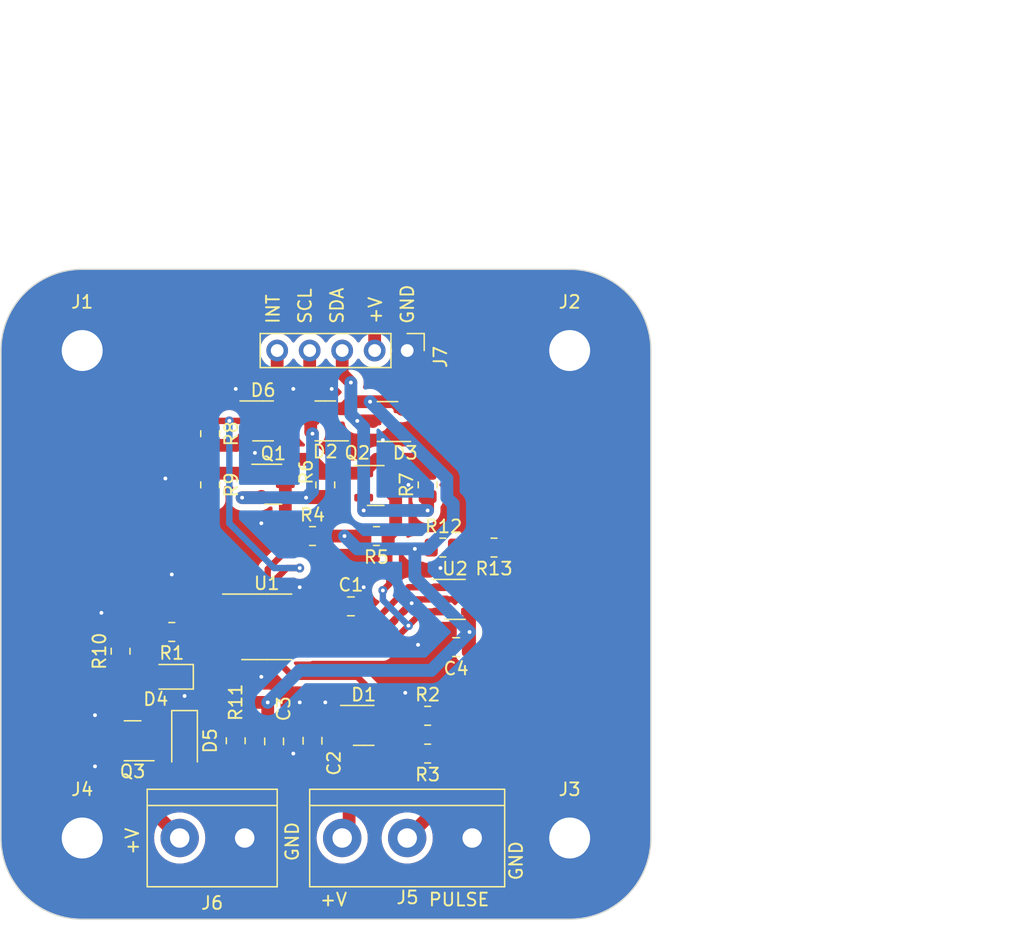
<source format=kicad_pcb>
(kicad_pcb (version 20221018) (generator pcbnew)
  (layers (0 "F.Cu" signal) (31 "B.Cu" signal) (34 "B.Paste" user) (35 "F.Paste" user) (36 "B.SilkS" user "B.Silkscreen") (37 "F.SilkS" user "F.Silkscreen") (38 "B.Mask" user) (39 "F.Mask" user) (44 "Edge.Cuts" user))
  (net 0 "")
  (net 1 "/I2CConnector/VI2C")
  (net 2 "GND")
  (net 3 "+5V")
  (net 4 "/PCF8593/Pulse")
  (net 5 "Net-(D2-A)")
  (net 6 "Net-(D3-A)")
  (net 7 "Net-(U1-~{RESET})")
  (net 9 "Net-(J5-Pin_2)")
  (net 10 "/I2CConnector/INT")
  (net 11 "Net-(D4-A)")
  (net 12 "Net-(D5-A)")
  (net 13 "Net-(J6-Pin_2)")
  (net 14 "/EEPROMI2C/SCL")
  (net 15 "/EEPROMI2C/SDA")
  (net 16 "Net-(U2-WP)")
  (footprint "Resistor_SMD:R_0805_2012Metric" (layer "F.Cu") (at 130 87 90)
    (fp_text reference "R10" (at 0 -1.65 90) (layer "F.SilkS"))
    (fp_text value "500Ω")
    (fp_line (start -0.227064 -0.735) (end 0.227064 -0.735) (stroke (width 0.12)) (layer "F.SilkS"))
    (fp_line (start -0.227064 0.735) (end 0.227064 0.735) (stroke (width 0.12)) (layer "F.SilkS"))
    (pad "1" smd roundrect (at -0.9125 0 90) (size 1.025 1.4) (layers "F.Cu" "F.Paste" "F.Mask") (roundrect_rratio 0.243902439) (net 11 "Net-(D4-A)"))
    (pad "2" smd roundrect (at 0.9125 0 90) (size 1.025 1.4) (layers "F.Cu" "F.Paste" "F.Mask") (roundrect_rratio 0.243902439) (net 3 "+5V"))
  )
  (footprint "Package_TO_SOT_SMD:SOT-23" (layer "F.Cu") (at 130.9375 94 180)
    (fp_text reference "Q3" (at 0 -2.4) (layer "F.SilkS"))
    (fp_text value "Q_PMOS_GSD")
    (fp_line (start 0 -1.56) (end -1.675 -1.56) (stroke (width 0.12)) (layer "F.SilkS"))
    (fp_line (start 0 -1.56) (end 0.65 -1.56) (stroke (width 0.12)) (layer "F.SilkS"))
    (fp_line (start 0 1.56) (end -0.65 1.56) (stroke (width 0.12)) (layer "F.SilkS"))
    (fp_line (start 0 1.56) (end 0.65 1.56) (stroke (width 0.12)) (layer "F.SilkS"))
    (pad "1" smd roundrect (at -0.9375 -0.95 180) (size 1.475 0.6) (layers "F.Cu" "F.Paste" "F.Mask") (net 12 "Net-(D5-A)"))
    (pad "2" smd roundrect (at -0.9375 0.95 180) (size 1.475 0.6) (layers "F.Cu" "F.Paste" "F.Mask") (net 3 "+5V"))
    (pad "3" smd roundrect (at 0.9375 0 180) (size 1.475 0.6) (layers "F.Cu" "F.Paste" "F.Mask") (net 13 "Net-(J6-Pin_2)"))
  )
  (footprint "Package_TO_SOT_SMD:SOT-23" (layer "F.Cu") (at 149.9375 74.05)
    (fp_text reference "Q2" (at -1.4375 -2.55) (layer "F.SilkS"))
    (fp_text value "Q_NMOS_GSD")
    (fp_line (start 0 -1.56) (end -1.675 -1.56) (stroke (width 0.12)) (layer "F.SilkS"))
    (fp_line (start 0 -1.56) (end 0.65 -1.56) (stroke (width 0.12)) (layer "F.SilkS"))
    (fp_line (start 0 1.56) (end -0.65 1.56) (stroke (width 0.12)) (layer "F.SilkS"))
    (fp_line (start 0 1.56) (end 0.65 1.56) (stroke (width 0.12)) (layer "F.SilkS"))
    (pad "1" smd roundrect (at -0.9375 -0.95) (size 1.475 0.6) (layers "F.Cu" "F.Paste" "F.Mask") (net 1 "/I2CConnector/VI2C"))
    (pad "2" smd roundrect (at -0.9375 0.95) (size 1.475 0.6) (layers "F.Cu" "F.Paste" "F.Mask") (net 6 "Net-(D3-A)"))
    (pad "3" smd roundrect (at 0.9375 0) (size 1.475 0.6) (layers "F.Cu" "F.Paste" "F.Mask") (net 15 "/EEPROMI2C/SDA"))
  )
  (footprint "Capacitor_SMD:C_0805_2012Metric" (layer "F.Cu") (at 145 94 -90)
    (fp_text reference "C2" (at 1.75 -1.68 90) (layer "F.SilkS"))
    (fp_text value "1uF")
    (fp_line (start -0.261252 -0.735) (end 0.261252 -0.735) (stroke (width 0.12)) (layer "F.SilkS"))
    (fp_line (start -0.261252 0.735) (end 0.261252 0.735) (stroke (width 0.12)) (layer "F.SilkS"))
    (pad "1" smd roundrect (at -0.95 0 270) (size 1 1.45) (layers "F.Cu" "F.Paste" "F.Mask") (net 3 "+5V"))
    (pad "2" smd roundrect (at 0.95 0 270) (size 1 1.45) (layers "F.Cu" "F.Paste" "F.Mask") (net 2 "GND"))
  )
  (footprint "LED_SMD:LED_0805_2012Metric" (layer "F.Cu") (at 134 89 180)
    (fp_text reference "D4" (at 1.25 -1.75) (layer "F.SilkS"))
    (fp_text value "LED")
    (fp_line (start -1.685 -0.96) (end -1.685 0.96) (stroke (width 0.12)) (layer "F.SilkS"))
    (fp_line (start -1.685 0.96) (end 1 0.96) (stroke (width 0.12)) (layer "F.SilkS"))
    (fp_line (start 1 -0.96) (end -1.685 -0.96) (stroke (width 0.12)) (layer "F.SilkS"))
    (pad "1" smd roundrect (at -0.9375 0 180) (size 0.975 1.4) (layers "F.Cu" "F.Paste" "F.Mask") (net 2 "GND"))
    (pad "2" smd roundrect (at 0.9375 0 180) (size 0.975 1.4) (layers "F.Cu" "F.Paste" "F.Mask") (net 11 "Net-(D4-A)"))
  )
  (footprint "Resistor_SMD:R_0805_2012Metric" (layer "F.Cu") (at 145 78)
    (fp_text reference "R4" (at 0 -1.65) (layer "F.SilkS"))
    (fp_text value "10kΩ")
    (fp_line (start -0.227064 -0.735) (end 0.227064 -0.735) (stroke (width 0.12)) (layer "F.SilkS"))
    (fp_line (start -0.227064 0.735) (end 0.227064 0.735) (stroke (width 0.12)) (layer "F.SilkS"))
    (pad "1" smd roundrect (at -0.9125 0) (size 1.025 1.4) (layers "F.Cu" "F.Paste" "F.Mask") (roundrect_rratio 0.243902439) (net 14 "/EEPROMI2C/SCL"))
    (pad "2" smd roundrect (at 0.9125 0) (size 1.025 1.4) (layers "F.Cu" "F.Paste" "F.Mask") (roundrect_rratio 0.243902439) (net 3 "+5V"))
  )
  (footprint "MountingHole:MountingHole_3.2mm_M3_DIN965_Pad" (layer "F.Cu") (at 165.1 63.5)
    (fp_text reference "J2" (at 0 -3.8) (layer "F.SilkS"))
    (fp_text value "M3")
    (pad "1" thru_hole circle (at 0 0) (size 5.6 5.6) (drill 3.2) (layers "*.Cu" "*.Mask") (net 2 "GND"))
  )
  (footprint "Package_TO_SOT_SMD:SOT-23-3" (layer "F.Cu") (at 149 92.8)
    (fp_text reference "D1" (at 0 -2.4) (layer "F.SilkS"))
    (fp_text value "100V")
    (fp_line (start 0 -1.56) (end -1.8 -1.56) (stroke (width 0.12)) (layer "F.SilkS"))
    (fp_line (start 0 -1.56) (end 0.8 -1.56) (stroke (width 0.12)) (layer "F.SilkS"))
    (fp_line (start 0 1.56) (end -0.8 1.56) (stroke (width 0.12)) (layer "F.SilkS"))
    (fp_line (start 0 1.56) (end 0.8 1.56) (stroke (width 0.12)) (layer "F.SilkS"))
    (pad "1" smd roundrect (at -1.1375 -0.95) (size 1.325 0.6) (layers "F.Cu" "F.Paste" "F.Mask") (net 2 "GND"))
    (pad "2" smd roundrect (at -1.1375 0.95) (size 1.325 0.6) (layers "F.Cu" "F.Paste" "F.Mask") (net 3 "+5V"))
    (pad "3" smd roundrect (at 1.1375 0) (size 1.325 0.6) (layers "F.Cu" "F.Paste" "F.Mask") (net 4 "/PCF8593/Pulse"))
  )
  (footprint "Capacitor_SMD:C_0805_2012Metric" (layer "F.Cu") (at 156.225 86.68 180)
    (fp_text reference "C4" (at 0 -1.68) (layer "F.SilkS"))
    (fp_text value "1uF")
    (fp_line (start -0.261252 -0.735) (end 0.261252 -0.735) (stroke (width 0.12)) (layer "F.SilkS"))
    (fp_line (start -0.261252 0.735) (end 0.261252 0.735) (stroke (width 0.12)) (layer "F.SilkS"))
    (pad "1" smd roundrect (at -0.95 0 180) (size 1 1.45) (layers "F.Cu" "F.Paste" "F.Mask") (net 3 "+5V"))
    (pad "2" smd roundrect (at 0.95 0 180) (size 1 1.45) (layers "F.Cu" "F.Paste" "F.Mask") (net 2 "GND"))
  )
  (footprint "MountingHole:MountingHole_3.2mm_M3_DIN965_Pad" (layer "F.Cu") (at 127 101.6)
    (fp_text reference "J4" (at 0 -3.8) (layer "F.SilkS"))
    (fp_text value "M3")
    (pad "1" thru_hole circle (at 0 0) (size 5.6 5.6) (drill 3.2) (layers "*.Cu" "*.Mask") (net 2 "GND"))
  )
  (footprint "Resistor_SMD:R_0805_2012Metric" (layer "F.Cu") (at 146 74 90)
    (fp_text reference "R6" (at 1 -1.5 90) (layer "F.SilkS"))
    (fp_text value "10kΩ")
    (fp_line (start -0.227064 -0.735) (end 0.227064 -0.735) (stroke (width 0.12)) (layer "F.SilkS"))
    (fp_line (start -0.227064 0.735) (end 0.227064 0.735) (stroke (width 0.12)) (layer "F.SilkS"))
    (pad "1" smd roundrect (at -0.9125 0 90) (size 1.025 1.4) (layers "F.Cu" "F.Paste" "F.Mask") (roundrect_rratio 0.243902439) (net 5 "Net-(D2-A)"))
    (pad "2" smd roundrect (at 0.9125 0 90) (size 1.025 1.4) (layers "F.Cu" "F.Paste" "F.Mask") (roundrect_rratio 0.243902439) (net 1 "/I2CConnector/VI2C"))
  )
  (footprint "Package_SO:SO-8_3.9x4.9mm_P1.27mm" (layer "F.Cu") (at 141.425 85.095)
    (fp_text reference "U1" (at 0 -3.4) (layer "F.SilkS"))
    (fp_text value "PCF8593")
    (fp_line (start 0 -2.56) (end -3.45 -2.56) (stroke (width 0.12)) (layer "F.SilkS"))
    (fp_line (start 0 -2.56) (end 1.95 -2.56) (stroke (width 0.12)) (layer "F.SilkS"))
    (fp_line (start 0 2.56) (end -1.95 2.56) (stroke (width 0.12)) (layer "F.SilkS"))
    (fp_line (start 0 2.56) (end 1.95 2.56) (stroke (width 0.12)) (layer "F.SilkS"))
    (pad "1" smd roundrect (at -2.575 -1.905) (size 1.75 0.6) (layers "F.Cu" "F.Paste" "F.Mask") (net 4 "/PCF8593/Pulse"))
    (pad "2" smd roundrect (at -2.575 -0.635) (size 1.75 0.6) (layers "F.Cu" "F.Paste" "F.Mask"))
    (pad "3" smd roundrect (at -2.575 0.635) (size 1.75 0.6) (layers "F.Cu" "F.Paste" "F.Mask") (net 7 "Net-(U1-~{RESET})"))
    (pad "4" smd roundrect (at -2.575 1.905) (size 1.75 0.6) (layers "F.Cu" "F.Paste" "F.Mask") (net 2 "GND"))
    (pad "5" smd roundrect (at 2.575 1.905) (size 1.75 0.6) (layers "F.Cu" "F.Paste" "F.Mask") (net 15 "/EEPROMI2C/SDA"))
    (pad "6" smd roundrect (at 2.575 0.635) (size 1.75 0.6) (layers "F.Cu" "F.Paste" "F.Mask") (net 14 "/EEPROMI2C/SCL"))
    (pad "7" smd roundrect (at 2.575 -0.635) (size 1.75 0.6) (layers "F.Cu" "F.Paste" "F.Mask") (net 10 "/I2CConnector/INT"))
    (pad "8" smd roundrect (at 2.575 -1.905) (size 1.75 0.6) (layers "F.Cu" "F.Paste" "F.Mask") (net 3 "+5V"))
  )
  (footprint "Capacitor_SMD:C_0805_2012Metric" (layer "F.Cu") (at 148 83.495)
    (fp_text reference "C1" (at 0 -1.68) (layer "F.SilkS"))
    (fp_text value "1uF")
    (fp_line (start -0.261252 -0.735) (end 0.261252 -0.735) (stroke (width 0.12)) (layer "F.SilkS"))
    (fp_line (start -0.261252 0.735) (end 0.261252 0.735) (stroke (width 0.12)) (layer "F.SilkS"))
    (pad "1" smd roundrect (at -0.95 0) (size 1 1.45) (layers "F.Cu" "F.Paste" "F.Mask") (net 3 "+5V"))
    (pad "2" smd roundrect (at 0.95 0) (size 1 1.45) (layers "F.Cu" "F.Paste" "F.Mask") (net 2 "GND"))
  )
  (footprint "Resistor_SMD:R_0805_2012Metric" (layer "F.Cu") (at 159.1875 78.9 180)
    (fp_text reference "R13" (at 0 -1.65) (layer "F.SilkS"))
    (fp_text value "10kΩ")
    (fp_line (start -0.227064 -0.735) (end 0.227064 -0.735) (stroke (width 0.12)) (layer "F.SilkS"))
    (fp_line (start -0.227064 0.735) (end 0.227064 0.735) (stroke (width 0.12)) (layer "F.SilkS"))
    (pad "1" smd roundrect (at -0.9125 0 180) (size 1.025 1.4) (layers "F.Cu" "F.Paste" "F.Mask") (roundrect_rratio 0.243902439) (net 2 "GND"))
    (pad "2" smd roundrect (at 0.9125 0 180) (size 1.025 1.4) (layers "F.Cu" "F.Paste" "F.Mask") (roundrect_rratio 0.243902439) (net 16 "Net-(U2-WP)"))
  )
  (footprint "Diode_SMD:D_SOD-123" (layer "F.Cu") (at 135 94 -90)
    (fp_text reference "D5" (at 0 -2 90) (layer "F.SilkS"))
    (fp_text value "10V")
    (fp_line (start -2.36 -1) (end -2.36 1) (stroke (width 0.12)) (layer "F.SilkS"))
    (fp_line (start -2.36 -1) (end 1.65 -1) (stroke (width 0.12)) (layer "F.SilkS"))
    (fp_line (start -2.36 1) (end 1.65 1) (stroke (width 0.12)) (layer "F.SilkS"))
    (pad "1" smd roundrect (at -1.65 0 270) (size 0.9 1.2) (layers "F.Cu" "F.Paste" "F.Mask") (net 3 "+5V"))
    (pad "2" smd roundrect (at 1.65 0 270) (size 0.9 1.2) (layers "F.Cu" "F.Paste" "F.Mask") (net 12 "Net-(D5-A)"))
  )
  (footprint "Package_TO_SOT_SMD:SOT-23-3" (layer "F.Cu") (at 150.8625 69.05 180)
    (fp_text reference "D3" (at -1.3875 -2.45) (layer "F.SilkS"))
    (fp_text value "100V")
    (fp_line (start 0 -1.56) (end -1.8 -1.56) (stroke (width 0.12)) (layer "F.SilkS"))
    (fp_line (start 0 -1.56) (end 0.8 -1.56) (stroke (width 0.12)) (layer "F.SilkS"))
    (fp_line (start 0 1.56) (end -0.8 1.56) (stroke (width 0.12)) (layer "F.SilkS"))
    (fp_line (start 0 1.56) (end 0.8 1.56) (stroke (width 0.12)) (layer "F.SilkS"))
    (pad "1" smd roundrect (at -1.1375 -0.95 180) (size 1.325 0.6) (layers "F.Cu" "F.Paste" "F.Mask") (net 2 "GND"))
    (pad "2" smd roundrect (at -1.1375 0.95 180) (size 1.325 0.6) (layers "F.Cu" "F.Paste" "F.Mask") (net 3 "+5V"))
    (pad "3" smd roundrect (at 1.1375 0 180) (size 1.325 0.6) (layers "F.Cu" "F.Paste" "F.Mask") (net 6 "Net-(D3-A)"))
  )
  (footprint "Package_TO_SOT_SMD:SOT-23" (layer "F.Cu") (at 141.9375 73.95)
    (fp_text reference "Q1" (at 0 -2.4) (layer "F.SilkS"))
    (fp_text value "Q_NMOS_GSD")
    (fp_line (start 0 -1.56) (end -1.675 -1.56) (stroke (width 0.12)) (layer "F.SilkS"))
    (fp_line (start 0 -1.56) (end 0.65 -1.56) (stroke (width 0.12)) (layer "F.SilkS"))
    (fp_line (start 0 1.56) (end -0.65 1.56) (stroke (width 0.12)) (layer "F.SilkS"))
    (fp_line (start 0 1.56) (end 0.65 1.56) (stroke (width 0.12)) (layer "F.SilkS"))
    (pad "1" smd roundrect (at -0.9375 -0.95) (size 1.475 0.6) (layers "F.Cu" "F.Paste" "F.Mask") (net 1 "/I2CConnector/VI2C"))
    (pad "2" smd roundrect (at -0.9375 0.95) (size 1.475 0.6) (layers "F.Cu" "F.Paste" "F.Mask") (net 5 "Net-(D2-A)"))
    (pad "3" smd roundrect (at 0.9375 0) (size 1.475 0.6) (layers "F.Cu" "F.Paste" "F.Mask") (net 14 "/EEPROMI2C/SCL"))
  )
  (footprint "Package_TO_SOT_SMD:SOT-23-3" (layer "F.Cu") (at 146 69 180)
    (fp_text reference "D2" (at 0 -2.4) (layer "F.SilkS"))
    (fp_text value "100V")
    (fp_line (start 0 -1.56) (end -1.8 -1.56) (stroke (width 0.12)) (layer "F.SilkS"))
    (fp_line (start 0 -1.56) (end 0.8 -1.56) (stroke (width 0.12)) (layer "F.SilkS"))
    (fp_line (start 0 1.56) (end -0.8 1.56) (stroke (width 0.12)) (layer "F.SilkS"))
    (fp_line (start 0 1.56) (end 0.8 1.56) (stroke (width 0.12)) (layer "F.SilkS"))
    (pad "1" smd roundrect (at -1.1375 -0.95 180) (size 1.325 0.6) (layers "F.Cu" "F.Paste" "F.Mask") (net 2 "GND"))
    (pad "2" smd roundrect (at -1.1375 0.95 180) (size 1.325 0.6) (layers "F.Cu" "F.Paste" "F.Mask") (net 3 "+5V"))
    (pad "3" smd roundrect (at 1.1375 0 180) (size 1.325 0.6) (layers "F.Cu" "F.Paste" "F.Mask") (net 5 "Net-(D2-A)"))
  )
  (footprint "Resistor_SMD:R_0805_2012Metric" (layer "F.Cu") (at 137 70 -90)
    (fp_text reference "R8" (at 0 -1.65 90) (layer "F.SilkS"))
    (fp_text value "10kΩ")
    (fp_line (start -0.227064 -0.735) (end 0.227064 -0.735) (stroke (width 0.12)) (layer "F.SilkS"))
    (fp_line (start -0.227064 0.735) (end 0.227064 0.735) (stroke (width 0.12)) (layer "F.SilkS"))
    (pad "1" smd roundrect (at -0.9125 0 270) (size 1.025 1.4) (layers "F.Cu" "F.Paste" "F.Mask") (roundrect_rratio 0.243902439) (net 10 "/I2CConnector/INT"))
    (pad "2" smd roundrect (at 0.9125 0 270) (size 1.025 1.4) (layers "F.Cu" "F.Paste" "F.Mask") (roundrect_rratio 0.243902439) (net 1 "/I2CConnector/VI2C"))
  )
  (footprint "Connector_PinHeader_2.54mm:PinHeader_1x05_P2.54mm_Vertical" (layer "F.Cu") (at 152.4 63.5 -90)
    (fp_text reference "J7" (at 0.5 -2.6 90) (layer "F.SilkS"))
    (fp_text value "I2C")
    (fp_line (start -1.33 -1.33) (end 0 -1.33) (stroke (width 0.12)) (layer "F.SilkS"))
    (fp_line (start -1.33 0) (end -1.33 -1.33) (stroke (width 0.12)) (layer "F.SilkS"))
    (fp_line (start -1.33 1.27) (end -1.33 11.49) (stroke (width 0.12)) (layer "F.SilkS"))
    (fp_line (start -1.33 1.27) (end 1.33 1.27) (stroke (width 0.12)) (layer "F.SilkS"))
    (fp_line (start -1.33 11.49) (end 1.33 11.49) (stroke (width 0.12)) (layer "F.SilkS"))
    (fp_line (start 1.33 1.27) (end 1.33 11.49) (stroke (width 0.12)) (layer "F.SilkS"))
    (pad "1" thru_hole rect (at 0 0 270) (size 1.7 1.7) (drill 1) (layers "*.Cu" "*.Mask") (net 2 "GND"))
    (pad "2" thru_hole oval (at 0 2.54 270) (size 1.7 1.7) (drill 1) (layers "*.Cu" "*.Mask") (net 1 "/I2CConnector/VI2C"))
    (pad "3" thru_hole oval (at 0 5.08 270) (size 1.7 1.7) (drill 1) (layers "*.Cu" "*.Mask") (net 6 "Net-(D3-A)"))
    (pad "4" thru_hole oval (at 0 7.62 270) (size 1.7 1.7) (drill 1) (layers "*.Cu" "*.Mask") (net 5 "Net-(D2-A)"))
    (pad "5" thru_hole oval (at 0 10.16 270) (size 1.7 1.7) (drill 1) (layers "*.Cu" "*.Mask") (net 10 "/I2CConnector/INT"))
  )
  (footprint "Package_TO_SOT_SMD:SOT-23-5" (layer "F.Cu") (at 156.1375 82.95)
    (fp_text reference "U2" (at 0 -2.4) (layer "F.SilkS"))
    (fp_text value "24FC01T-I/OT")
    (fp_line (start 0 -1.56) (end -1.8 -1.56) (stroke (width 0.12)) (layer "F.SilkS"))
    (fp_line (start 0 -1.56) (end 0.8 -1.56) (stroke (width 0.12)) (layer "F.SilkS"))
    (fp_line (start 0 1.56) (end -0.8 1.56) (stroke (width 0.12)) (layer "F.SilkS"))
    (fp_line (start 0 1.56) (end 0.8 1.56) (stroke (width 0.12)) (layer "F.SilkS"))
    (pad "1" smd roundrect (at -1.1375 -0.95) (size 1.325 0.6) (layers "F.Cu" "F.Paste" "F.Mask") (net 14 "/EEPROMI2C/SCL"))
    (pad "2" smd roundrect (at -1.1375 0) (size 1.325 0.6) (layers "F.Cu" "F.Paste" "F.Mask") (net 2 "GND"))
    (pad "3" smd roundrect (at -1.1375 0.95) (size 1.325 0.6) (layers "F.Cu" "F.Paste" "F.Mask") (net 15 "/EEPROMI2C/SDA"))
    (pad "4" smd roundrect (at 1.1375 0.95) (size 1.325 0.6) (layers "F.Cu" "F.Paste" "F.Mask") (net 3 "+5V"))
    (pad "5" smd roundrect (at 1.1375 -0.95) (size 1.325 0.6) (layers "F.Cu" "F.Paste" "F.Mask") (net 16 "Net-(U2-WP)"))
  )
  (footprint "TerminalBlock:TerminalBlock_bornier-2_P5.08mm" (layer "F.Cu") (at 139.7 101.6 180)
    (fp_text reference "J6" (at 2.54 -5.08) (layer "F.SilkS"))
    (fp_text value "5Vin")
    (fp_line (start -2.54 -3.81) (end -2.54 3.81) (stroke (width 0.12)) (layer "F.SilkS"))
    (fp_line (start -2.54 3.81) (end 7.62 3.81) (stroke (width 0.12)) (layer "F.SilkS"))
    (fp_line (start 7.62 -3.81) (end -2.54 -3.81) (stroke (width 0.12)) (layer "F.SilkS"))
    (fp_line (start 7.62 2.54) (end -2.54 2.54) (stroke (width 0.12)) (layer "F.SilkS"))
    (fp_line (start 7.62 3.81) (end 7.62 -3.81) (stroke (width 0.12)) (layer "F.SilkS"))
    (pad "1" thru_hole rect (at 0 0 180) (size 3 3) (drill 1.52) (layers "*.Cu" "*.Mask") (net 2 "GND"))
    (pad "2" thru_hole circle (at 5.08 0 180) (size 3 3) (drill 1.52) (layers "*.Cu" "*.Mask") (net 13 "Net-(J6-Pin_2)"))
  )
  (footprint "Resistor_SMD:R_0805_2012Metric" (layer "F.Cu") (at 137 74 -90)
    (fp_text reference "R9" (at 0 -1.65 90) (layer "F.SilkS"))
    (fp_text value "NS")
    (fp_line (start -0.227064 -0.735) (end 0.227064 -0.735) (stroke (width 0.12)) (layer "F.SilkS"))
    (fp_line (start -0.227064 0.735) (end 0.227064 0.735) (stroke (width 0.12)) (layer "F.SilkS"))
    (pad "1" smd roundrect (at -0.9125 0 270) (size 1.025 1.4) (layers "F.Cu" "F.Paste" "F.Mask") (roundrect_rratio 0.243902439) (net 1 "/I2CConnector/VI2C"))
    (pad "2" smd roundrect (at 0.9125 0 270) (size 1.025 1.4) (layers "F.Cu" "F.Paste" "F.Mask") (roundrect_rratio 0.243902439) (net 13 "Net-(J6-Pin_2)"))
  )
  (footprint "Capacitor_SMD:C_0805_2012Metric" (layer "F.Cu") (at 142 94.05 -90)
    (fp_text reference "C3" (at -2.55 -0.75 90) (layer "F.SilkS"))
    (fp_text value "1uF")
    (fp_line (start -0.261252 -0.735) (end 0.261252 -0.735) (stroke (width 0.12)) (layer "F.SilkS"))
    (fp_line (start -0.261252 0.735) (end 0.261252 0.735) (stroke (width 0.12)) (layer "F.SilkS"))
    (pad "1" smd roundrect (at -0.95 0 270) (size 1 1.45) (layers "F.Cu" "F.Paste" "F.Mask") (net 3 "+5V"))
    (pad "2" smd roundrect (at 0.95 0 270) (size 1 1.45) (layers "F.Cu" "F.Paste" "F.Mask") (net 2 "GND"))
  )
  (footprint "MountingHole:MountingHole_3.2mm_M3_DIN965_Pad" (layer "F.Cu") (at 165.1 101.6)
    (fp_text reference "J3" (at 0 -3.8) (layer "F.SilkS"))
    (fp_text value "M3")
    (pad "1" thru_hole circle (at 0 0) (size 5.6 5.6) (drill 3.2) (layers "*.Cu" "*.Mask") (net 2 "GND"))
  )
  (footprint "TerminalBlock:TerminalBlock_bornier-3_P5.08mm" (layer "F.Cu") (at 157.48 101.6 180)
    (fp_text reference "J5" (at 5.05 -4.65) (layer "F.SilkS"))
    (fp_text value "Pulse")
    (fp_line (start -2.54 -3.81) (end 12.7 -3.81) (stroke (width 0.12)) (layer "F.SilkS"))
    (fp_line (start -2.54 2.54) (end 12.7 2.54) (stroke (width 0.12)) (layer "F.SilkS"))
    (fp_line (start -2.54 3.81) (end -2.54 -3.81) (stroke (width 0.12)) (layer "F.SilkS"))
    (fp_line (start -2.54 3.81) (end 12.7 3.81) (stroke (width 0.12)) (layer "F.SilkS"))
    (fp_line (start 12.7 3.81) (end 12.7 -3.81) (stroke (width 0.12)) (layer "F.SilkS"))
    (pad "1" thru_hole rect (at 0 0 180) (size 3 3) (drill 1.52) (layers "*.Cu" "*.Mask") (net 2 "GND"))
    (pad "2" thru_hole circle (at 5.08 0 180) (size 3 3) (drill 1.52) (layers "*.Cu" "*.Mask") (net 9 "Net-(J5-Pin_2)"))
    (pad "3" thru_hole circle (at 10.16 0 180) (size 3 3) (drill 1.52) (layers "*.Cu" "*.Mask") (net 3 "+5V"))
  )
  (footprint "Resistor_SMD:R_0805_2012Metric" (layer "F.Cu") (at 150 78 180)
    (fp_text reference "R5" (at 0 -1.65) (layer "F.SilkS"))
    (fp_text value "10kΩ")
    (fp_line (start -0.227064 -0.735) (end 0.227064 -0.735) (stroke (width 0.12)) (layer "F.SilkS"))
    (fp_line (start -0.227064 0.735) (end 0.227064 0.735) (stroke (width 0.12)) (layer "F.SilkS"))
    (pad "1" smd roundrect (at -0.9125 0 180) (size 1.025 1.4) (layers "F.Cu" "F.Paste" "F.Mask") (roundrect_rratio 0.243902439) (net 15 "/EEPROMI2C/SDA"))
    (pad "2" smd roundrect (at 0.9125 0 180) (size 1.025 1.4) (layers "F.Cu" "F.Paste" "F.Mask") (roundrect_rratio 0.243902439) (net 3 "+5V"))
  )
  (footprint "Resistor_SMD:R_0805_2012Metric" (layer "F.Cu") (at 139 94 90)
    (fp_text reference "R11" (at 3 0 90) (layer "F.SilkS"))
    (fp_text value "100kΩ")
    (fp_line (start -0.227064 -0.735) (end 0.227064 -0.735) (stroke (width 0.12)) (layer "F.SilkS"))
    (fp_line (start -0.227064 0.735) (end 0.227064 0.735) (stroke (width 0.12)) (layer "F.SilkS"))
    (pad "1" smd roundrect (at -0.9125 0 90) (size 1.025 1.4) (layers "F.Cu" "F.Paste" "F.Mask") (roundrect_rratio 0.243902439) (net 2 "GND"))
    (pad "2" smd roundrect (at 0.9125 0 90) (size 1.025 1.4) (layers "F.Cu" "F.Paste" "F.Mask") (roundrect_rratio 0.243902439) (net 12 "Net-(D5-A)"))
  )
  (footprint "Resistor_SMD:R_0805_2012Metric" (layer "F.Cu") (at 155.1875 78.9 180)
    (fp_text reference "R12" (at -0.0625 1.65) (layer "F.SilkS"))
    (fp_text value "10kΩ")
    (fp_line (start -0.227064 -0.735) (end 0.227064 -0.735) (stroke (width 0.12)) (layer "F.SilkS"))
    (fp_line (start -0.227064 0.735) (end 0.227064 0.735) (stroke (width 0.12)) (layer "F.SilkS"))
    (pad "1" smd roundrect (at -0.9125 0 180) (size 1.025 1.4) (layers "F.Cu" "F.Paste" "F.Mask") (roundrect_rratio 0.243902439) (net 16 "Net-(U2-WP)"))
    (pad "2" smd roundrect (at 0.9125 0 180) (size 1.025 1.4) (layers "F.Cu" "F.Paste" "F.Mask") (roundrect_rratio 0.243902439) (net 3 "+5V"))
  )
  (footprint "Package_TO_SOT_SMD:SOT-23-3" (layer "F.Cu") (at 141.1375 69)
    (fp_text reference "D6" (at 0 -2.4) (layer "F.SilkS"))
    (fp_text value "100V")
    (fp_line (start 0 -1.56) (end -1.8 -1.56) (stroke (width 0.12)) (layer "F.SilkS"))
    (fp_line (start 0 -1.56) (end 0.8 -1.56) (stroke (width 0.12)) (layer "F.SilkS"))
    (fp_line (start 0 1.56) (end -0.8 1.56) (stroke (width 0.12)) (layer "F.SilkS"))
    (fp_line (start 0 1.56) (end 0.8 1.56) (stroke (width 0.12)) (layer "F.SilkS"))
    (pad "1" smd roundrect (at -1.1375 -0.95) (size 1.325 0.6) (layers "F.Cu" "F.Paste" "F.Mask") (net 2 "GND"))
    (pad "2" smd roundrect (at -1.1375 0.95) (size 1.325 0.6) (layers "F.Cu" "F.Paste" "F.Mask") (net 1 "/I2CConnector/VI2C"))
    (pad "3" smd roundrect (at 1.1375 0) (size 1.325 0.6) (layers "F.Cu" "F.Paste" "F.Mask") (net 10 "/I2CConnector/INT"))
  )
  (footprint "Resistor_SMD:R_0805_2012Metric" (layer "F.Cu") (at 134 85.495 180)
    (fp_text reference "R1" (at 0 -1.65) (layer "F.SilkS"))
    (fp_text value "10kΩ")
    (fp_line (start -0.227064 -0.735) (end 0.227064 -0.735) (stroke (width 0.12)) (layer "F.SilkS"))
    (fp_line (start -0.227064 0.735) (end 0.227064 0.735) (stroke (width 0.12)) (layer "F.SilkS"))
    (pad "1" smd roundrect (at -0.9125 0 180) (size 1.025 1.4) (layers "F.Cu" "F.Paste" "F.Mask") (roundrect_rratio 0.243902439) (net 7 "Net-(U1-~{RESET})"))
    (pad "2" smd roundrect (at 0.9125 0 180) (size 1.025 1.4) (layers "F.Cu" "F.Paste" "F.Mask") (roundrect_rratio 0.243902439) (net 3 "+5V"))
  )
  (footprint "Resistor_SMD:R_0805_2012Metric" (layer "F.Cu") (at 154 92.05)
    (fp_text reference "R2" (at 0 -1.65) (layer "F.SilkS"))
    (fp_text value "10kΩ")
    (fp_line (start -0.227064 -0.735) (end 0.227064 -0.735) (stroke (width 0.12)) (layer "F.SilkS"))
    (fp_line (start -0.227064 0.735) (end 0.227064 0.735) (stroke (width 0.12)) (layer "F.SilkS"))
    (pad "1" smd roundrect (at -0.9125 0) (size 1.025 1.4) (layers "F.Cu" "F.Paste" "F.Mask") (roundrect_rratio 0.243902439) (net 4 "/PCF8593/Pulse"))
    (pad "2" smd roundrect (at 0.9125 0) (size 1.025 1.4) (layers "F.Cu" "F.Paste" "F.Mask") (roundrect_rratio 0.243902439) (net 2 "GND"))
  )
  (footprint "Resistor_SMD:R_0805_2012Metric" (layer "F.Cu") (at 154 95 180)
    (fp_text reference "R3" (at 0 -1.65) (layer "F.SilkS"))
    (fp_text value "500Ω")
    (fp_line (start -0.227064 -0.735) (end 0.227064 -0.735) (stroke (width 0.12)) (layer "F.SilkS"))
    (fp_line (start -0.227064 0.735) (end 0.227064 0.735) (stroke (width 0.12)) (layer "F.SilkS"))
    (pad "1" smd roundrect (at -0.9125 0 180) (size 1.025 1.4) (layers "F.Cu" "F.Paste" "F.Mask") (roundrect_rratio 0.243902439) (net 9 "Net-(J5-Pin_2)"))
    (pad "2" smd roundrect (at 0.9125 0 180) (size 1.025 1.4) (layers "F.Cu" "F.Paste" "F.Mask") (roundrect_rratio 0.243902439) (net 4 "/PCF8593/Pulse"))
  )
  (footprint "MountingHole:MountingHole_3.2mm_M3_DIN965_Pad" (layer "F.Cu") (at 127 63.5)
    (fp_text reference "J1" (at 0 -3.8) (layer "F.SilkS"))
    (fp_text value "M3")
    (pad "1" thru_hole circle (at 0 0) (size 5.6 5.6) (drill 3.2) (layers "*.Cu" "*.Mask") (net 2 "GND"))
  )
  (footprint "Resistor_SMD:R_0805_2012Metric" (layer "F.Cu") (at 154 74 90)
    (fp_text reference "R7" (at 0 -1.65 90) (layer "F.SilkS"))
    (fp_text value "10kΩ")
    (fp_line (start -0.227064 -0.735) (end 0.227064 -0.735) (stroke (width 0.12)) (layer "F.SilkS"))
    (fp_line (start -0.227064 0.735) (end 0.227064 0.735) (stroke (width 0.12)) (layer "F.SilkS"))
    (pad "1" smd roundrect (at -0.9125 0 90) (size 1.025 1.4) (layers "F.Cu" "F.Paste" "F.Mask") (roundrect_rratio 0.243902439) (net 6 "Net-(D3-A)"))
    (pad "2" smd roundrect (at 0.9125 0 90) (size 1.025 1.4) (layers "F.Cu" "F.Paste" "F.Mask") (roundrect_rratio 0.243902439) (net 1 "/I2CConnector/VI2C"))
  )
  (gr_arc (start 120.65 63.5) (mid 122.509872 59.009872) (end 127 57.15) (stroke (width 0.1)) (layer "Edge.Cuts"))
  (gr_arc (start 165.1 57.15) (mid 169.590128 59.009872) (end 171.45 63.5) (stroke (width 0.1)) (layer "Edge.Cuts"))
  (gr_line (start 120.65 101.6) (end 120.65 63.5) (stroke (width 0.1)) (layer "Edge.Cuts"))
  (gr_line (start 165.1 107.95) (end 127 107.95) (stroke (width 0.1)) (layer "Edge.Cuts"))
  (gr_arc (start 171.45 101.6) (mid 169.590128 106.090128) (end 165.1 107.95) (stroke (width 0.1)) (layer "Edge.Cuts"))
  (gr_line (start 127 57.15) (end 165.1 57.15) (stroke (width 0.1)) (layer "Edge.Cuts"))
  (gr_arc (start 127 107.95) (mid 122.509872 106.090128) (end 120.65 101.6) (stroke (width 0.1)) (layer "Edge.Cuts"))
  (gr_line (start 171.45 63.5) (end 171.45 101.6) (stroke (width 0.1)) (layer "Edge.Cuts"))
  (gr_text "GND" (at 144 103.5 90) (layer "F.SilkS") (effects (font (size 1 1)) (justify left bottom)))
  (gr_text "+V" (at 131.5 103 90) (layer "F.SilkS") (effects (font (size 1 1)) (justify left bottom)))
  (gr_text "SCL" (at 145 61.5 90) (layer "F.SilkS") (effects (font (size 1 1)) (justify left bottom)))
  (gr_text "GND" (at 153 61.5 90) (layer "F.SilkS") (effects (font (size 1 1)) (justify left bottom)))
  (gr_text "PULSE" (at 154 107) (layer "F.SilkS") (effects (font (size 1 1)) (justify left bottom)))
  (gr_text "+V" (at 145.5 107) (layer "F.SilkS") (effects (font (size 1 1)) (justify left bottom)))
  (gr_text "INT" (at 142.5 61.5 90) (layer "F.SilkS") (effects (font (size 1 1)) (justify left bottom)))
  (gr_text "SDA" (at 147.5 61.5 90) (layer "F.SilkS") (effects (font (size 1 1)) (justify left bottom)))
  (gr_text "GND" (at 161.5 105 90) (layer "F.SilkS") (effects (font (size 1 1)) (justify left bottom)))
  (gr_text "+V" (at 150.5 61.5 90) (layer "F.SilkS") (effects (font (size 1 1)) (justify left bottom)))
  (segment (start 139.0375 70.9125) (end 137 70.9125) (width 1) (layer "F.Cu") (net 1))
  (segment (start 148.5 60.5) (end 139.5 60.5) (width 1) (layer "F.Cu") (net 1))
  (segment (start 140.9125 73.0875) (end 141 73) (width 1) (layer "F.Cu") (net 1))
  (segment (start 149 73.1) (end 149 73) (width 1) (layer "F.Cu") (net 1))
  (segment (start 137 70.825) (end 137 72) (width 1) (layer "F.Cu") (net 1))
  (segment (start 149.86 63.5) (end 149.86 61.86) (width 1) (layer "F.Cu") (net 1))
  (segment (start 145 72) (end 145 72.0875) (width 1) (layer "F.Cu") (net 1))
  (segment (start 134 70.5) (end 135.5 72) (width 1) (layer "F.Cu") (net 1))
  (segment (start 140 69.95) (end 139.0375 70.9125) (width 1) (layer "F.Cu") (net 1))
  (segment (start 152.9125 72) (end 154 73.0875) (width 1) (layer "F.Cu") (net 1))
  (segment (start 135.5 72) (end 137 72) (width 1) (layer "F.Cu") (net 1))
  (segment (start 148.9875 73.0875) (end 149 73.1) (width 1) (layer "F.Cu") (net 1))
  (segment (start 142 72) (end 145 72) (width 1) (layer "F.Cu") (net 1))
  (segment (start 146 73.0875) (end 148.9875 73.0875) (width 1) (layer "F.Cu") (net 1))
  (segment (start 141 73) (end 142 72) (width 1) (layer "F.Cu") (net 1))
  (segment (start 145 72.0875) (end 146 73.0875) (width 1) (layer "F.Cu") (net 1))
  (segment (start 137 73.0875) (end 140.9125 73.0875) (width 1) (layer "F.Cu") (net 1))
  (segment (start 149.86 61.86) (end 148.5 60.5) (width 1) (layer "F.Cu") (net 1))
  (segment (start 139.5 60.5) (end 134 66) (width 1) (layer "F.Cu") (net 1))
  (segment (start 149 73) (end 150 72) (width 1) (layer "F.Cu") (net 1))
  (segment (start 150 72) (end 152.9125 72) (width 1) (layer "F.Cu") (net 1))
  (segment (start 137 72) (end 137 73.0875) (width 1) (layer "F.Cu") (net 1))
  (segment (start 134 66) (end 134 70.5) (width 1) (layer "F.Cu") (net 1))
  (segment (start 135.5 105) (end 161.7 105) (width 1) (layer "F.Cu") (net 2))
  (segment (start 139 66.5) (end 139 67.05) (width 1) (layer "F.Cu") (net 2))
  (segment (start 158.95 82.95) (end 159 83) (width 0.5) (layer "F.Cu") (net 2))
  (segment (start 151.5 70.5) (end 150.5 70.5) (width 1) (layer "F.Cu") (net 2))
  (segment (start 159 89.5) (end 164.6 89.5) (width 1) (layer "F.Cu") (net 2))
  (segment (start 139 94.9125) (end 141.9125 94.9125) (width 1) (layer "F.Cu") (net 2))
  (segment (start 161.7 105) (end 165.1 101.6) (width 1) (layer "F.Cu") (net 2))
  (segment (start 147.6875 70.5) (end 147.1375 69.95) (width 1) (layer "F.Cu") (net 2))
  (segment (start 152.4 63.5) (end 165.1 63.5) (width 1) (layer "F.Cu") (net 2))
  (segment (start 153.5 70) (end 152 70) (width 1) (layer "F.Cu") (net 2))
  (segment (start 138.85 87) (end 136.9375 87) (width 0.5) (layer "F.Cu") (net 2))
  (segment (start 154.9125 89.5) (end 159 89.5) (width 1) (layer "F.Cu") (net 2))
  (segment (start 154.5 69) (end 153.5 70) (width 1) (layer "F.Cu") (net 2))
  (segment (start 142 95) (end 143.5 95) (width 1) (layer "F.Cu") (net 2))
  (segment (start 134.9375 90.4375) (end 135 90.5) (width 0.5) (layer "F.Cu") (net 2))
  (segment (start 136.3 105) (end 139.7 101.6) (width 1) (layer "F.Cu") (net 2))
  (segment (start 154.9125 92.05) (end 154.9125 89.5) (width 1) (layer "F.Cu") (net 2))
  (segment (start 152.4 64.4) (end 154.5 66.5) (width 1) (layer "F.Cu") (net 2))
  (segment (start 154.9125 89.5) (end 154.9125 87.0425) (width 1) (layer "F.Cu") (net 2))
  (segment (start 127 101.6) (end 130.4 105) (width 1) (layer "F.Cu") (net 2))
  (segment (start 137.5 59) (end 133 63.5) (width 1) (layer "F.Cu") (net 2))
  (segment (start 133 63.5) (end 127 63.5) (width 1) (layer "F.Cu") (net 2))
  (segment (start 135.5 105) (end 136.3 105) (width 1) (layer "F.Cu") (net 2))
  (segment (start 160.1 78.9) (end 160.1 81.9) (width 1) (layer "F.Cu") (net 2))
  (segment (start 164.6 89.5) (end 165.1 89) (width 1) (layer "F.Cu") (net 2))
  (segment (start 147.8625 91.85) (end 146.85 91.85) (width 1) (layer "F.Cu") (net 2))
  (segment (start 144.95 95) (end 145 94.95) (width 1) (layer "F.Cu") (net 2))
  (segment (start 146.85 91.85) (end 146 91) (width 1) (layer "F.Cu") (net 2))
  (segment (start 149 82) (end 149 83.445) (width 0.5) (layer "F.Cu") (net 2))
  (segment (start 149 83.445) (end 148.95 83.495) (width 0.5) (layer "F.Cu") (net 2))
  (segment (start 152.4 63.5) (end 152.4 64.4) (width 1) (layer "F.Cu") (net 2))
  (segment (start 155 82.95) (end 158.95 82.95) (width 0.5) (layer "F.Cu") (net 2))
  (segment (start 152.75 83.25) (end 153.05 82.95) (width 0.5) (layer "F.Cu") (net 2))
  (segment (start 159 83) (end 159 89.5) (width 1) (layer "F.Cu") (net 2))
  (segment (start 160.1 81.9) (end 159 83) (width 1) (layer "F.Cu") (net 2))
  (segment (start 152.4 63.5) (end 152.4 60.9) (width 1) (layer "F.Cu") (net 2))
  (segment (start 136.9375 87) (end 134.9375 89) (width 0.5) (layer "F.Cu") (net 2))
  (segment (start 139 67.05) (end 140 68.05) (width 1) (layer "F.Cu") (net 2))
  (segment (start 157.48 101.6) (end 165.1 101.6) (width 1) (layer "F.Cu") (net 2))
  (segment (start 139 94.9125) (end 139 100.9) (width 1) (layer "F.Cu") (net 2))
  (segment (start 134.9375 89) (end 134.9375 90.4375) (width 0.5) (layer "F.Cu") (net 2))
  (segment (start 130.4 105) (end 135.5 105) (width 1) (layer "F.Cu") (net 2))
  (segment (start 165.1 101.6) (end 165.1 89) (width 1) (layer "F.Cu") (net 2))
  (segment (start 150.5 70.5) (end 147.6875 70.5) (width 1) (layer "F.Cu") (net 2))
  (segment (start 152.4 60.9) (end 150.5 59) (width 1) (layer "F.Cu") (net 2))
  (segment (start 141.9125 94.9125) (end 142 95) (width 1) (layer "F.Cu") (net 2))
  (segment (start 150.5 59) (end 137.5 59) (width 1) (layer "F.Cu") (net 2))
  (segment (start 152 70) (end 151.5 70.5) (width 1) (layer "F.Cu") (net 2))
  (segment (start 153.05 82.95) (end 155 82.95) (width 0.5) (layer "F.Cu") (net 2))
  (segment (start 154.9125 87.0425) (end 155.275 86.68) (width 1) (layer "F.Cu") (net 2))
  (segment (start 139 100.9) (end 139.7 101.6) (width 1) (layer "F.Cu") (net 2))
  (segment (start 143.5 95) (end 144.95 95) (width 1) (layer "F.Cu") (net 2))
  (segment (start 154.5 66.5) (end 154.5 69) (width 1) (layer "F.Cu") (net 2))
  (segment (start 165.1 89) (end 165.1 63.5) (width 1) (layer "F.Cu") (net 2))
  (via (at 149 82) (size 0.7) (drill 0.3) (layers "F.Cu" "B.Cu") (net 2))
  (via (at 150.5 70.5) (size 0.7) (drill 0.3) (layers "F.Cu" "B.Cu") (net 2))
  (via (at 144 82) (size 0.7) (drill 0.3) (layers "F.Cu" "B.Cu") (net 2))
  (via (at 143.5 95) (size 0.7) (drill 0.3) (layers "F.Cu" "B.Cu") (net 2))
  (via (at 146 91) (size 0.7) (drill 0.3) (layers "F.Cu" "B.Cu") (net 2))
  (via (at 140.5 71.5) (size 0.7) (drill 0.3) (layers "F.Cu" "B.Cu") (net 2))
  (via (at 134 81) (size 0.7) (drill 0.3) (layers "F.Cu" "B.Cu") (net 2))
  (via (at 133.5 73.5) (size 0.7) (drill 0.3) (layers "F.Cu" "B.Cu") (net 2))
  (via (at 128 92) (size 0.7) (drill 0.3) (layers "F.Cu" "B.Cu") (net 2))
  (via (at 128 96) (size 0.7) (drill 0.3) (layers "F.Cu" "B.Cu") (net 2))
  (via (at 146.5 66.5) (size 0.7) (drill 0.3) (layers "F.Cu" "B.Cu") (net 2))
  (via (at 152.75 83.25) (size 0.7) (drill 0.3) (layers "F.Cu" "B.Cu") (net 2))
  (via (at 128.5 84) (size 0.7) (drill 0.3) (layers "F.Cu" "B.Cu") (net 2))
  (via (at 141 77) (size 0.7) (drill 0.3) (layers "F.Cu" "B.Cu") (net 2))
  (via (at 155 80.5) (size 0.7) (drill 0.3) (layers "F.Cu" "B.Cu") (net 2))
  (via (at 153.25 86.5) (size 0.7) (drill 0.3) (layers "F.Cu" "B.Cu") (net 2))
  (via (at 139 66.5) (size 0.7) (drill 0.3) (layers "F.Cu" "B.Cu") (net 2))
  (via (at 143.5 66.5) (size 0.7) (drill 0.3) (layers "F.Cu" "B.Cu") (net 2))
  (via (at 152.5 74) (size 0.7) (drill 0.3) (layers "F.Cu" "B.Cu") (net 2))
  (via (at 135 90.5) (size 0.7) (drill 0.3) (layers "F.Cu" "B.Cu") (net 2))
  (via (at 144 91) (size 0.7) (drill 0.3) (layers "F.Cu" "B.Cu") (net 2))
  (via (at 152.25 90.25) (size 0.7) (drill 0.3) (layers "F.Cu" "B.Cu") (net 2))
  (via (at 141 89) (size 0.7) (drill 0.3) (layers "F.Cu" "B.Cu") (net 2))
  (segment (start 139.7 101.6) (end 139.7 95.2) (width 1) (layer "B.Cu") (net 2))
  (segment (start 139.7 98.8) (end 143.5 95) (width 1) (layer "B.Cu") (net 2))
  (segment (start 150.25 80.75) (end 149 82) (width 0.5) (layer "B.Cu") (net 2))
  (segment (start 146 91) (end 146 92.5) (width 1) (layer "B.Cu") (net 2))
  (segment (start 127 63.5) (end 136 63.5) (width 1) (layer "B.Cu") (net 2))
  (segment (start 151.75 81.75) (end 150.75 80.75) (width 0.5) (layer "B.Cu") (net 2))
  (segment (start 150.75 80.75) (end 150.25 80.75) (width 0.5) (layer "B.Cu") (net 2))
  (segment (start 139.7 95.2) (end 135 90.5) (width 1) (layer "B.Cu") (net 2))
  (segment (start 152.75 83.25) (end 151.75 82.25) (width 0.5) (layer "B.Cu") (net 2))
  (segment (start 136 63.5) (end 139 66.5) (width 1) (layer "B.Cu") (net 2))
  (segment (start 146 92.5) (end 143.5 95) (width 1) (layer "B.Cu") (net 2))
  (segment (start 139.7 101.6) (end 139.7 98.8) (width 1) (layer "B.Cu") (net 2))
  (segment (start 151.75 82.25) (end 151.75 81.75) (width 0.5) (layer "B.Cu") (net 2))
  (segment (start 130 86.0875) (end 127.9125 86.0875) (width 1) (layer "F.Cu") (net 3))
  (segment (start 127 87) (end 127 89.5) (width 1) (layer "F.Cu") (net 3))
  (segment (start 141.5 91) (end 141.5 92.6) (width 1) (layer "F.Cu") (net 3))
  (segment (start 147.1375 68.05) (end 147.45 68.05) (width 1) (layer "F.Cu") (net 3))
  (segment (start 149.0875 78) (end 145.9125 78) (width 1) (layer "F.Cu") (net 3))
  (segment (start 127 89.5) (end 127.5 90) (width 1) (layer "F.Cu") (net 3))
  (segment (start 157.275 85.5) (end 157.275 86.58) (width 1) (layer "F.Cu") (net 3))
  (segment (start 154.175 79) (end 154.275 78.9) (width 1) (layer "F.Cu") (net 3))
  (segment (start 147.45 68.05) (end 148 67.5) (width 1) (layer "F.Cu") (net 3))
  (segment (start 135 92.35) (end 135.65 92.35) (width 1) (layer "F.Cu") (net 3))
  (segment (start 144 83.19) (end 146.745 83.19) (width 0.5) (layer "F.Cu") (net 3))
  (segment (start 142 93.1) (end 144.95 93.1) (width 1) (layer "F.Cu") (net 3))
  (segment (start 148 67.5) (end 151.4 67.5) (width 1) (layer "F.Cu") (net 3))
  (segment (start 127.5 90) (end 128.825 90) (width 1) (layer "F.Cu") (net 3))
  (segment (start 132.575 92.35) (end 131.875 93.05) (width 1) (layer "F.Cu") (net 3))
  (segment (start 147.5 78) (end 149.0875 78) (width 0.5) (layer "F.Cu") (net 3))
  (segment (start 128.825 90) (end 131.875 93.05) (width 1) (layer "F.Cu") (net 3))
  (segment (start 157.275 86.58) (end 157.175 86.68) (width 1) (layer "F.Cu") (net 3))
  (segment (start 145.9125 78) (end 147.5 78) (width 0.5) (layer "F.Cu") (net 3))
  (segment (start 153 79) (end 154.175 79) (width 1) (layer "F.Cu") (net 3))
  (segment (start 144.95 93.1) (end 145 93.05) (width 1) (layer "F.Cu") (net 3))
  (segment (start 147.8625 93.75) (end 146.5 93.75) (width 1) (layer "F.Cu") (net 3))
  (segment (start 147.8625 93.75) (end 147.8625 101.0575) (width 1) (layer "F.Cu") (net 3))
  (segment (start 146.745 83.19) (end 147.05 83.495) (width 0.5) (layer "F.Cu") (net 3))
  (segment (start 145.9125 82.3575) (end 147.05 83.495) (width 1) (layer "F.Cu") (net 3))
  (segment (start 135.65 92.35) (end 137 91) (width 1) (layer "F.Cu") (net 3))
  (segment (start 151.4 67.5) (end 152 68.1) (width 1) (layer "F.Cu") (net 3))
  (segment (start 145.8 93.05) (end 146.5 93.75) (width 1) (layer "F.Cu") (net 3))
  (segment (start 130.5925 85.495) (end 130 86.0875) (width 1) (layer "F.Cu") (net 3))
  (segment (start 157.275 83.9) (end 157.275 85.5) (width 1) (layer "F.Cu") (net 3))
  (segment (start 141.5 92.6) (end 142 93.1) (width 1) (layer "F.Cu") (net 3))
  (segment (start 145.9125 78) (end 145.9125 82.3575) (width 1) (layer "F.Cu") (net 3))
  (segment (start 147.8625 101.0575) (end 147.32 101.6) (width 1) (layer "F.Cu") (net 3))
  (segment (start 135 92.35) (end 132.575 92.35) (width 1) (layer "F.Cu") (net 3))
  (segment (start 137 91) (end 141.5 91) (width 1) (layer "F.Cu") (net 3))
  (segment (start 145 93.05) (end 145.8 93.05) (width 1) (layer "F.Cu") (net 3))
  (segment (start 133.0875 85.495) (end 130.5925 85.495) (width 1) (layer "F.Cu") (net 3))
  (segment (start 127.9125 86.0875) (end 127 87) (width 1) (layer "F.Cu") (net 3))
  (via (at 149.5 67.5) (size 0.7) (drill 0.3) (layers "F.Cu" "B.Cu") (net 3))
  (via (at 141.5 91) (size 0.7) (drill 0.3) (layers "F.Cu" "B.Cu") (net 3))
  (via (at 157.275 85.5) (size 0.7) (drill 0.3) (layers "F.Cu" "B.Cu") (net 3))
  (via (at 153 79) (size 0.7) (drill 0.3) (layers "F.Cu" "B.Cu") (net 3))
  (via (at 147.5 78) (size 0.7) (drill 0.3) (layers "F.Cu" "B.Cu") (net 3))
  (segment (start 154 79) (end 153 79) (width 1) (layer "B.Cu") (net 3))
  (segment (start 144 88.5) (end 154.275 88.5) (width 1) (layer "B.Cu") (net 3))
  (segment (start 141.5 91) (end 144 88.5) (width 1) (layer "B.Cu") (net 3))
  (segment (start 155.5 73.5) (end 155.5 75) (width 1) (layer "B.Cu") (net 3))
  (segment (start 156 77) (end 154 79) (width 1) (layer "B.Cu") (net 3))
  (segment (start 153 79) (end 148.5 79) (width 1) (layer "B.Cu") (net 3))
  (segment (start 155.5 75) (end 156 75.5) (width 1) (layer "B.Cu") (net 3))
  (segment (start 154.275 88.5) (end 157.275 85.5) (width 1) (layer "B.Cu") (net 3))
  (segment (start 149.5 67.5) (end 155.5 73.5) (width 1) (layer "B.Cu") (net 3))
  (segment (start 153 79) (end 153 81.225) (width 1) (layer "B.Cu") (net 3))
  (segment (start 153 81.225) (end 157.275 85.5) (width 1) (layer "B.Cu") (net 3))
  (segment (start 148.5 79) (end 147.5 78) (width 1) (layer "B.Cu") (net 3))
  (segment (start 156 75.5) (end 156 77) (width 1) (layer "B.Cu") (net 3))
  (segment (start 138.85 83.19) (end 139.69 83.19) (width 0.5) (layer "F.Cu") (net 4))
  (segment (start 150.8875 92.05) (end 150.1375 92.8) (width 1) (layer "F.Cu") (net 4))
  (segment (start 153.0875 92.05) (end 152 92.05) (width 1) (layer "F.Cu") (net 4))
  (segment (start 140.5 86) (end 143.5 89) (width 0.5) (layer "F.Cu") (net 4))
  (segment (start 140.5 84) (end 140.5 86) (width 0.5) (layer "F.Cu") (net 4))
  (segment (start 148.5 89) (end 151.55 92.05) (width 0.5) (layer "F.Cu") (net 4))
  (segment (start 152 92.05) (end 150.8875 92.05) (width 1) (layer "F.Cu") (net 4))
  (segment (start 151.55 92.05) (end 152 92.05) (width 0.5) (layer "F.Cu") (net 4))
  (segment (start 153.0875 95) (end 153.0875 92.05) (width 1) (layer "F.Cu") (net 4))
  (segment (start 143.5 89) (end 148.5 89) (width 0.5) (layer "F.Cu") (net 4))
  (segment (start 139.69 83.19) (end 140.5 84) (width 0.5) (layer "F.Cu") (net 4))
  (segment (start 139.5 75) (end 140.9 75) (width 1) (layer "F.Cu") (net 5))
  (segment (start 144.78 68.9175) (end 144.8625 69) (width 1) (layer "F.Cu") (net 5))
  (segment (start 144.8625 69.8625) (end 145 70) (width 1) (layer "F.Cu") (net 5))
  (segment (start 145.9125 75) (end 146 74.9125) (width 1) (layer "F.Cu") (net 5))
  (segment (start 140.9 75) (end 141 74.9) (width 1) (layer "F.Cu") (net 5))
  (segment (start 144.5 75) (end 145.9125 75) (width 1) (layer "F.Cu") (net 5))
  (segment (start 144.78 63.5) (end 144.78 68.9175) (width 1) (layer "F.Cu") (net 5))
  (segment (start 144.8625 69) (end 144.8625 69.8625) (width 1) (layer "F.Cu") (net 5))
  (via (at 144.5 75) (size 0.7) (drill 0.3) (layers "F.Cu" "B.Cu") (net 5))
  (via (at 145 70) (size 0.7) (drill 0.3) (layers "F.Cu" "B.Cu") (net 5))
  (via (at 139.5 75) (size 0.7) (drill 0.3) (layers "F.Cu" "B.Cu") (net 5))
  (segment (start 144.5 75) (end 139.5 75) (width 1) (layer "B.Cu") (net 5))
  (segment (start 145 70) (end 145 74.5) (width 1) (layer "B.Cu") (net 5))
  (segment (start 145 74.5) (end 144.5 75) (width 1) (layer "B.Cu") (net 5))
  (segment (start 149.675 69) (end 149.725 69.05) (width 1) (layer "F.Cu") (net 6))
  (segment (start 147.32 63.5) (end 147.32 65.32) (width 1) (layer "F.Cu") (net 6))
  (segment (start 147.32 65.32) (end 148 66) (width 1) (layer "F.Cu") (net 6))
  (segment (start 148.5 69) (end 149.675 69) (width 1) (layer "F.Cu") (net 6))
  (segment (start 154 74.9125) (end 154 76) (width 1) (layer "F.Cu") (net 6))
  (segment (start 149 76) (end 149 75) (width 1) (layer "F.Cu") (net 6))
  (via (at 148.5 69) (size 0.7) (drill 0.3) (layers "F.Cu" "B.Cu") (net 6))
  (via (at 154 76) (size 0.7) (drill 0.3) (layers "F.Cu" "B.Cu") (net 6))
  (via (at 148 66) (size 0.7) (drill 0.3) (layers "F.Cu" "B.Cu") (net 6))
  (via (at 149 76) (size 0.7) (drill 0.3) (layers "F.Cu" "B.Cu") (net 6))
  (segment (start 148 66) (end 148 68.5) (width 1) (layer "B.Cu") (net 6))
  (segment (start 154 76) (end 149 76) (width 1) (layer "B.Cu") (net 6))
  (segment (start 149 76) (end 149 69.5) (width 1) (layer "B.Cu") (net 6))
  (segment (start 148 68.5) (end 148.5 69) (width 1) (layer "B.Cu") (net 6))
  (segment (start 149 69.5) (end 148.5 69) (width 1) (layer "B.Cu") (net 6))
  (segment (start 135.1475 85.73) (end 134.9125 85.495) (width 0.5) (layer "F.Cu") (net 7))
  (segment (start 138.85 85.73) (end 135.1475 85.73) (width 0.5) (layer "F.Cu") (net 7))
  (segment (start 154.9125 99.0875) (end 154.9125 95) (width 1) (layer "F.Cu") (net 9))
  (segment (start 152.4 101.6) (end 154.9125 99.0875) (width 1) (layer "F.Cu") (net 9))
  (segment (start 142.5 84) (end 142.2 83.7) (width 0.5) (layer "F.Cu") (net 10))
  (segment (start 143 80.5) (end 144 80.5) (width 0.5) (layer "F.Cu") (net 10))
  (segment (start 138.5 69) (end 142.275 69) (width 0.5) (layer "F.Cu") (net 10))
  (segment (start 142.24 63.5) (end 142.24 68.965) (width 1) (layer "F.Cu") (net 10))
  (segment (start 142.2 81.3) (end 143 80.5) (width 0.5) (layer "F.Cu") (net 10))
  (segment (start 138.5 69) (end 137.0875 69) (width 0.5) (layer "F.Cu") (net 10))
  (segment (start 142.24 68.965) (end 142.275 69) (width 1) (layer "F.Cu") (net 10))
  (segment (start 142.2 81.5) (end 142.2 81.3) (width 0.5) (layer "F.Cu") (net 10))
  (segment (start 137.0875 69) (end 137 69.0875) (width 0.5) (layer "F.Cu") (net 10))
  (segment (start 142.2 83.7) (end 142.2 81.5) (width 0.5) (layer "F.Cu") (net 10))
  (segment (start 142.96 84.46) (end 142.5 84) (width 0.5) (layer "F.Cu") (net 10))
  (segment (start 144 84.46) (end 142.96 84.46) (width 0.5) (layer "F.Cu") (net 10))
  (via (at 144 80.5) (size 0.7) (drill 0.3) (layers "F.Cu" "B.Cu") (net 10))
  (via (at 138.5 69) (size 0.7) (drill 0.3) (layers "F.Cu" "B.Cu") (net 10))
  (segment (start 144 80.5) (end 142 80.5) (width 0.5) (layer "B.Cu") (net 10))
  (segment (start 138.5 77) (end 138.5 69) (width 0.5) (layer "B.Cu") (net 10))
  (segment (start 142 80.5) (end 138.5 77) (width 0.5) (layer "B.Cu") (net 10))
  (segment (start 131.0875 89) (end 133.0625 89) (width 1) (layer "F.Cu") (net 11))
  (segment (start 130 87.9125) (end 131.0875 89) (width 1) (layer "F.Cu") (net 11))
  (segment (start 135.35 95.65) (end 137.9125 93.0875) (width 1) (layer "F.Cu") (net 12))
  (segment (start 135 95.65) (end 135.35 95.65) (width 1) (layer "F.Cu") (net 12))
  (segment (start 131.875 94.95) (end 134.3 94.95) (width 1) (layer "F.Cu") (net 12))
  (segment (start 134.3 94.95) (end 135 95.65) (width 1) (layer "F.Cu") (net 12))
  (segment (start 137.9125 93.0875) (end 139 93.0875) (width 1) (layer "F.Cu") (net 12))
  (segment (start 130 94) (end 127 94) (width 1) (layer "F.Cu") (net 13))
  (segment (start 134.62 101.6) (end 130 96.98) (width 1) (layer "F.Cu") (net 13))
  (segment (start 124 91) (end 124 86) (width 1) (layer "F.Cu") (net 13))
  (segment (start 135.0875 74.9125) (end 137 74.9125) (width 1) (layer "F.Cu") (net 13))
  (segment (start 124 86) (end 135.0875 74.9125) (width 1) (layer "F.Cu") (net 13))
  (segment (start 130 96.98) (end 130 94) (width 1) (layer "F.Cu") (net 13))
  (segment (start 127 94) (end 124 91) (width 1) (layer "F.Cu") (net 13))
  (segment (start 141.5 80.5875) (end 141.5 84.5) (width 0.5) (layer "F.Cu") (net 14))
  (segment (start 141.5 84.5) (end 142.73 85.73) (width 0.5) (layer "F.Cu") (net 14))
  (segment (start 152.5 82) (end 155 82) (width 0.5) (layer "F.Cu") (net 14))
  (segment (start 144 85.73) (end 148.77 85.73) (width 0.5) (layer "F.Cu") (net 14))
  (segment (start 148.77 85.73) (end 152.5 82) (width 0.5) (layer "F.Cu") (net 14))
  (segment (start 144.0875 78) (end 141.5 80.5875) (width 0.5) (layer "F.Cu") (net 14))
  (segment (start 142.875 73.95) (end 142.875 76.7875) (width 1) (layer "F.Cu") (net 14))
  (segment (start 142.73 85.73) (end 144 85.73) (width 0.5) (layer "F.Cu") (net 14))
  (segment (start 142.875 76.7875) (end 144.0875 78) (width 1) (layer "F.Cu") (net 14))
  (segment (start 144 87) (end 150.5 87) (width 0.5) (layer "F.Cu") (net 15))
  (segment (start 151 81.75) (end 151 78.0875) (width 0.5) (layer "F.Cu") (net 15))
  (segment (start 153.6 83.9) (end 155 83.9) (width 0.5) (layer "F.Cu") (net 15))
  (segment (start 151.5 77.4125) (end 150.9125 78) (width 1) (layer "F.Cu") (net 15))
  (segment (start 150.875 74.375) (end 151.5 75) (width 1) (layer "F.Cu") (net 15))
  (segment (start 150.875 74.05) (end 150.875 74.375) (width 1) (layer "F.Cu") (net 15))
  (segment (start 151 78.0875) (end 150.9125 78) (width 0.5) (layer "F.Cu") (net 15))
  (segment (start 151.5 75) (end 151.5 77.4125) (width 1) (layer "F.Cu") (net 15))
  (segment (start 150.5 82.25) (end 151 81.75) (width 0.5) (layer "F.Cu") (net 15))
  (segment (start 150.5 87) (end 153.6 83.9) (width 0.5) (layer "F.Cu") (net 15))
  (via (at 152.5 85) (size 0.7) (drill 0.3) (layers "F.Cu" "B.Cu") (net 15))
  (via (at 150.5 82.25) (size 0.7) (drill 0.3) (layers "F.Cu" "B.Cu") (net 15))
  (segment (start 150.5 82.25) (end 150.5 83) (width 0.5) (layer "B.Cu") (net 15))
  (segment (start 150.5 83) (end 152.5 85) (width 0.5) (layer "B.Cu") (net 15))
  (segment (start 157 78.9) (end 158.275 78.9) (width 1) (layer "F.Cu") (net 16))
  (segment (start 157.275 79.175) (end 157 78.9) (width 1) (layer "F.Cu") (net 16))
  (segment (start 156.1 78.9) (end 157 78.9) (width 1) (layer "F.Cu") (net 16))
  (segment (start 157.275 82) (end 157.275 79.175) (width 1) (layer "F.Cu") (net 16))
  (zone (net 2) (net_name "GND") (layers "F&B.Cu") (connect_pads yes (clearance 0.5)) (min_thickness 0.25) (fill yes (thermal_gap 0.5) (thermal_bridge_width 0.5))
    (polygon (pts (xy 120.65 57.15) (xy 171.45 57.15) (xy 171.45 107.95) (xy 120.65 107.95)))
  )
)
</source>
